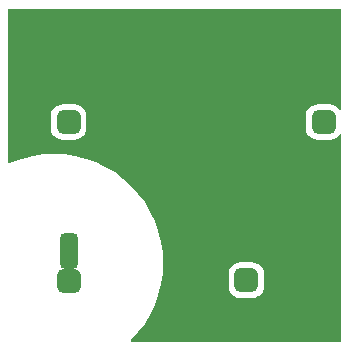
<source format=gbl>
%FSLAX25Y25*%
%MOIN*%
G70*
G01*
G75*
G04 Layer_Physical_Order=2*
G04 Layer_Color=16711680*
G04:AMPARAMS|DCode=10|XSize=59.06mil|YSize=118.11mil|CornerRadius=14.76mil|HoleSize=0mil|Usage=FLASHONLY|Rotation=180.000|XOffset=0mil|YOffset=0mil|HoleType=Round|Shape=RoundedRectangle|*
%AMROUNDEDRECTD10*
21,1,0.05906,0.08858,0,0,180.0*
21,1,0.02953,0.11811,0,0,180.0*
1,1,0.02953,-0.01476,0.04429*
1,1,0.02953,0.01476,0.04429*
1,1,0.02953,0.01476,-0.04429*
1,1,0.02953,-0.01476,-0.04429*
%
%ADD10ROUNDEDRECTD10*%
G04:AMPARAMS|DCode=11|XSize=393.7mil|YSize=393.7mil|CornerRadius=98.43mil|HoleSize=0mil|Usage=FLASHONLY|Rotation=0.000|XOffset=0mil|YOffset=0mil|HoleType=Round|Shape=RoundedRectangle|*
%AMROUNDEDRECTD11*
21,1,0.39370,0.19685,0,0,0.0*
21,1,0.19685,0.39370,0,0,0.0*
1,1,0.19685,0.09843,-0.09843*
1,1,0.19685,-0.09843,-0.09843*
1,1,0.19685,-0.09843,0.09843*
1,1,0.19685,0.09843,0.09843*
%
%ADD11ROUNDEDRECTD11*%
G04:AMPARAMS|DCode=12|XSize=401.58mil|YSize=118.11mil|CornerRadius=29.53mil|HoleSize=0mil|Usage=FLASHONLY|Rotation=0.000|XOffset=0mil|YOffset=0mil|HoleType=Round|Shape=RoundedRectangle|*
%AMROUNDEDRECTD12*
21,1,0.40158,0.05906,0,0,0.0*
21,1,0.34252,0.11811,0,0,0.0*
1,1,0.05906,0.17126,-0.02953*
1,1,0.05906,-0.17126,-0.02953*
1,1,0.05906,-0.17126,0.02953*
1,1,0.05906,0.17126,0.02953*
%
%ADD12ROUNDEDRECTD12*%
%ADD13C,0.05906*%
%ADD14C,0.07874*%
G04:AMPARAMS|DCode=15|XSize=78.74mil|YSize=78.74mil|CornerRadius=19.69mil|HoleSize=0mil|Usage=FLASHONLY|Rotation=0.000|XOffset=0mil|YOffset=0mil|HoleType=Round|Shape=RoundedRectangle|*
%AMROUNDEDRECTD15*
21,1,0.07874,0.03937,0,0,0.0*
21,1,0.03937,0.07874,0,0,0.0*
1,1,0.03937,0.01969,-0.01969*
1,1,0.03937,-0.01969,-0.01969*
1,1,0.03937,-0.01969,0.01969*
1,1,0.03937,0.01969,0.01969*
%
%ADD15ROUNDEDRECTD15*%
G04:AMPARAMS|DCode=16|XSize=86.61mil|YSize=86.61mil|CornerRadius=21.65mil|HoleSize=0mil|Usage=FLASHONLY|Rotation=90.000|XOffset=0mil|YOffset=0mil|HoleType=Round|Shape=RoundedRectangle|*
%AMROUNDEDRECTD16*
21,1,0.08661,0.04331,0,0,90.0*
21,1,0.04331,0.08661,0,0,90.0*
1,1,0.04331,0.02165,0.02165*
1,1,0.04331,0.02165,-0.02165*
1,1,0.04331,-0.02165,-0.02165*
1,1,0.04331,-0.02165,0.02165*
%
%ADD16ROUNDEDRECTD16*%
G04:AMPARAMS|DCode=17|XSize=86.61mil|YSize=86.61mil|CornerRadius=21.65mil|HoleSize=0mil|Usage=FLASHONLY|Rotation=0.000|XOffset=0mil|YOffset=0mil|HoleType=Round|Shape=RoundedRectangle|*
%AMROUNDEDRECTD17*
21,1,0.08661,0.04331,0,0,0.0*
21,1,0.04331,0.08661,0,0,0.0*
1,1,0.04331,0.02165,-0.02165*
1,1,0.04331,-0.02165,-0.02165*
1,1,0.04331,-0.02165,0.02165*
1,1,0.04331,0.02165,0.02165*
%
%ADD17ROUNDEDRECTD17*%
%ADD18C,0.01575*%
G36*
X111024Y77283D02*
X110526Y77179D01*
X109895Y78001D01*
X109072Y78632D01*
X108114Y79029D01*
X107087Y79164D01*
X103150D01*
X102122Y79029D01*
X101164Y78632D01*
X100342Y78001D01*
X99711Y77179D01*
X99314Y76221D01*
X99179Y75193D01*
Y71256D01*
X99314Y70228D01*
X99711Y69270D01*
X100342Y68448D01*
X101164Y67817D01*
X102122Y67420D01*
X103150Y67285D01*
X107087D01*
X108114Y67420D01*
X109072Y67817D01*
X109895Y68448D01*
X110526Y69270D01*
X111024Y69166D01*
Y-0D01*
X41099Y-0D01*
X40970Y335D01*
X40950Y500D01*
X43321Y3116D01*
X45449Y5985D01*
X47285Y9049D01*
X48812Y12278D01*
X50015Y15641D01*
X50883Y19105D01*
X51407Y22639D01*
X51583Y26206D01*
X51407Y29774D01*
X50883Y33307D01*
X50015Y36772D01*
X48812Y40135D01*
X47285Y43364D01*
X45449Y46428D01*
X43321Y49296D01*
X40922Y51943D01*
X38276Y54342D01*
X35407Y56470D01*
X32343Y58306D01*
X29114Y59833D01*
X25751Y61036D01*
X22286Y61904D01*
X18753Y62428D01*
X15185Y62604D01*
X11618Y62428D01*
X8085Y61904D01*
X4620Y61036D01*
X1257Y59833D01*
X422Y59438D01*
X-0Y59706D01*
Y111024D01*
X-0Y111024D01*
X111024D01*
Y77283D01*
D02*
G37*
%LPC*%
G36*
X81299Y26412D02*
X77362D01*
X76334Y26277D01*
X75377Y25880D01*
X74554Y25249D01*
X73923Y24426D01*
X73527Y23469D01*
X73391Y22441D01*
Y18504D01*
X73527Y17476D01*
X73923Y16518D01*
X74554Y15696D01*
X75377Y15065D01*
X76334Y14668D01*
X77362Y14533D01*
X81299D01*
X82327Y14668D01*
X83285Y15065D01*
X84107Y15696D01*
X84738Y16518D01*
X85135Y17476D01*
X85270Y18504D01*
Y22441D01*
X85135Y23469D01*
X84738Y24426D01*
X84107Y25249D01*
X83285Y25880D01*
X82327Y26277D01*
X81299Y26412D01*
D02*
G37*
G36*
X22047Y79168D02*
X18110D01*
X17083Y79032D01*
X16125Y78636D01*
X15302Y78005D01*
X14671Y77182D01*
X14275Y76225D01*
X14139Y75197D01*
Y71260D01*
X14275Y70232D01*
X14671Y69274D01*
X15302Y68452D01*
X16125Y67821D01*
X17083Y67424D01*
X18110Y67289D01*
X22047D01*
X23075Y67424D01*
X24033Y67821D01*
X24855Y68452D01*
X25486Y69274D01*
X25883Y70232D01*
X26018Y71260D01*
Y75197D01*
X25883Y76225D01*
X25486Y77182D01*
X24855Y78005D01*
X24033Y78636D01*
X23075Y79032D01*
X22047Y79168D01*
D02*
G37*
%LPD*%
D10*
X20079Y30315D02*
D03*
D15*
X102362Y20472D02*
D03*
X20079Y20079D02*
D03*
X79331Y20472D02*
D03*
X20079Y73228D02*
D03*
X105118Y73225D02*
D03*
D16*
X42913Y100984D02*
D03*
X105118D02*
D03*
D17*
Y40945D02*
D03*
D18*
X109055Y21654D02*
D03*
Y18898D02*
D03*
Y16142D02*
D03*
Y13386D02*
D03*
X106299D02*
D03*
X103543D02*
D03*
X100787D02*
D03*
X98032D02*
D03*
X95276D02*
D03*
Y16142D02*
D03*
Y18898D02*
D03*
X92126Y46457D02*
D03*
X103150Y48031D02*
D03*
X101181Y50000D02*
D03*
X99606Y52362D02*
D03*
X98032Y54724D02*
D03*
X95669Y29921D02*
D03*
X95276Y27165D02*
D03*
Y24409D02*
D03*
Y21654D02*
D03*
X103937Y33465D02*
D03*
X105905Y31496D02*
D03*
X107874Y29528D02*
D03*
X109055Y27165D02*
D03*
Y24409D02*
D03*
X96457Y57087D02*
D03*
Y59842D02*
D03*
Y62598D02*
D03*
Y65354D02*
D03*
Y68110D02*
D03*
Y70866D02*
D03*
Y73622D02*
D03*
Y76378D02*
D03*
Y79134D02*
D03*
Y81890D02*
D03*
Y84646D02*
D03*
Y87402D02*
D03*
Y90158D02*
D03*
Y92913D02*
D03*
Y95669D02*
D03*
X93307D02*
D03*
X90551D02*
D03*
X87795D02*
D03*
X85039D02*
D03*
X82284D02*
D03*
X79528D02*
D03*
X76772D02*
D03*
X74016D02*
D03*
X71260D02*
D03*
X68504D02*
D03*
X65748D02*
D03*
X62992D02*
D03*
X60236D02*
D03*
X57480D02*
D03*
X54724D02*
D03*
X51968Y95276D02*
D03*
X90158Y48425D02*
D03*
X87402Y49606D02*
D03*
X84646D02*
D03*
X81890D02*
D03*
X79134D02*
D03*
X76378D02*
D03*
X73622D02*
D03*
X70866D02*
D03*
X68110D02*
D03*
X65354D02*
D03*
X62598D02*
D03*
X59842D02*
D03*
X57087D02*
D03*
X54331D02*
D03*
X51575Y51181D02*
D03*
Y53937D02*
D03*
Y56693D02*
D03*
Y59449D02*
D03*
Y62205D02*
D03*
Y64961D02*
D03*
Y67716D02*
D03*
Y70472D02*
D03*
Y73228D02*
D03*
Y75984D02*
D03*
Y78740D02*
D03*
Y81496D02*
D03*
Y84252D02*
D03*
Y87008D02*
D03*
Y89764D02*
D03*
Y92520D02*
D03*
M02*

</source>
